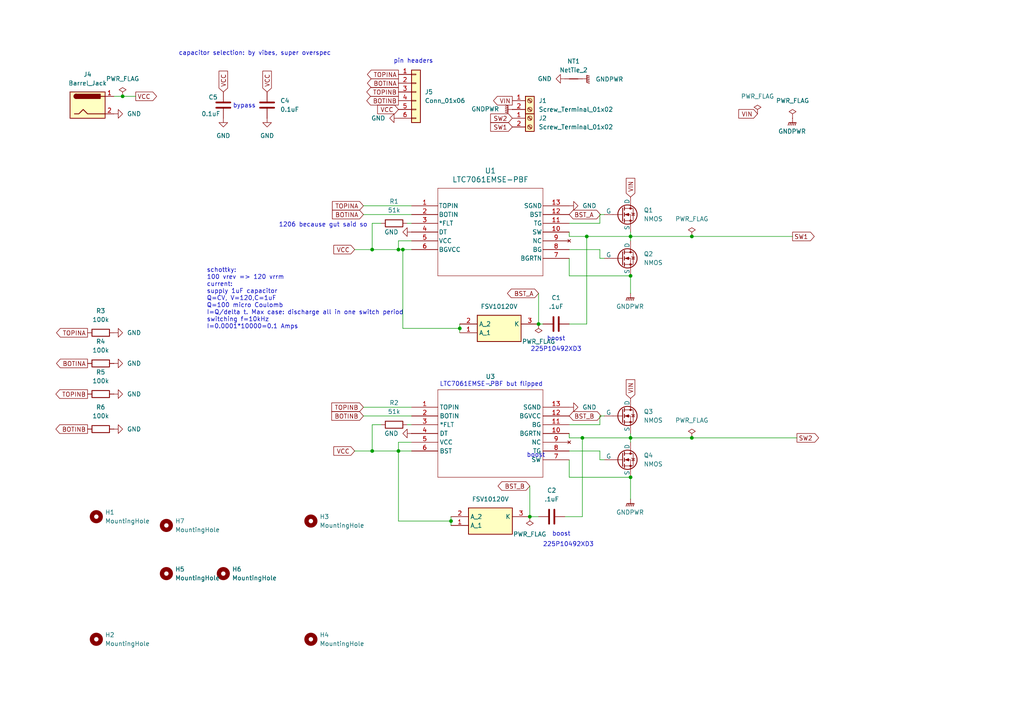
<source format=kicad_sch>
(kicad_sch (version 20231120) (generator "eeschema") (generator_version "8.0")
  (paper "A4")
  (lib_symbols
    (symbol "Connector:Barrel_Jack" (pin_names (offset 1.016))
      (property "Reference" "J" (at 0 5.334 0))
      (property "Value" "Barrel_Jack" (at 0 -5.08 0))
      (symbol "Barrel_Jack_0_1"
        (rectangle (start -5.08 3.81) (end 5.08 -3.81) (stroke (width 0.254)) (fill (type background)))
        (arc (start -3.302 3.175) (mid -3.9343 2.54) (end -3.302 1.905) (stroke (width 0.254)))
        (arc (start -3.302 3.175) (mid -3.9343 2.54) (end -3.302 1.905) (stroke (width 0.254)) (fill (type outline)))
        (polyline (pts (xy 5.08 2.54) (xy 3.81 2.54)) (stroke (width 0.254)))
        (polyline (pts (xy -3.81 -2.54) (xy -2.54 -2.54) (xy -1.27 -1.27) (xy 0 -2.54) (xy 2.54 -2.54) (xy 5.08 -2.54)) (stroke (width 0.254)))
        (rectangle (start 3.683 3.175) (end -3.302 1.905) (stroke (width 0.254)) (fill (type outline)))
      )
      (symbol "Barrel_Jack_1_1"
        (pin passive line (at 7.62 2.54 180) (length 2.54) (name "~") (number "1"))
        (pin passive line (at 7.62 -2.54 180) (length 2.54) (name "~") (number "2"))
      )
    )
    (symbol "Connector:Screw_Terminal_01x02" (pin_names (offset 1.016) hide)
      (property "Reference" "J" (at 0 2.54 0))
      (property "Value" "Screw_Terminal_01x02" (at 0 -5.08 0))
      (symbol "Screw_Terminal_01x02_1_1"
        (rectangle (start -1.27 1.27) (end 1.27 -3.81) (stroke (width 0.254)) (fill (type background)))
        (circle (center 0 -2.54) (radius 0.635) (stroke (width 0.1524)))
        (polyline (pts (xy -0.5334 -2.2098) (xy 0.3302 -3.048)) (stroke (width 0.1524)))
        (polyline (pts (xy -0.5334 0.3302) (xy 0.3302 -0.508)) (stroke (width 0.1524)))
        (polyline (pts (xy -0.3556 -2.032) (xy 0.508 -2.8702)) (stroke (width 0.1524)))
        (polyline (pts (xy -0.3556 0.508) (xy 0.508 -0.3302)) (stroke (width 0.1524)))
        (circle (center 0 0) (radius 0.635) (stroke (width 0.1524)))
        (pin passive line (at -5.08 0 0) (length 3.81) (name "Pin_1") (number "1"))
        (pin passive line (at -5.08 -2.54 0) (length 3.81) (name "Pin_2") (number "2"))
      )
    )
    (symbol "Connector_Generic:Conn_01x06" (pin_names (offset 1.016) hide)
      (property "Reference" "J" (at 0 7.62 0))
      (property "Value" "Conn_01x06" (at 0 -10.16 0))
      (symbol "Conn_01x06_1_1"
        (rectangle (start -1.27 -7.493) (end 0 -7.747) (stroke (width 0.1524)))
        (rectangle (start -1.27 -4.953) (end 0 -5.207) (stroke (width 0.1524)))
        (rectangle (start -1.27 -2.413) (end 0 -2.667) (stroke (width 0.1524)))
        (rectangle (start -1.27 0.127) (end 0 -0.127) (stroke (width 0.1524)))
        (rectangle (start -1.27 2.667) (end 0 2.413) (stroke (width 0.1524)))
        (rectangle (start -1.27 5.207) (end 0 4.953) (stroke (width 0.1524)))
        (rectangle (start -1.27 6.35) (end 1.27 -8.89) (stroke (width 0.254)) (fill (type background)))
        (pin passive line (at -5.08 5.08 0) (length 3.81) (name "Pin_1") (number "1"))
        (pin passive line (at -5.08 2.54 0) (length 3.81) (name "Pin_2") (number "2"))
        (pin passive line (at -5.08 0 0) (length 3.81) (name "Pin_3") (number "3"))
        (pin passive line (at -5.08 -2.54 0) (length 3.81) (name "Pin_4") (number "4"))
        (pin passive line (at -5.08 -5.08 0) (length 3.81) (name "Pin_5") (number "5"))
        (pin passive line (at -5.08 -7.62 0) (length 3.81) (name "Pin_6") (number "6"))
      )
    )
    (symbol "Device:C" (pin_numbers hide) (pin_names (offset 0.254))
      (property "Reference" "C" (at 0.635 2.54 0))
      (property "Value" "C" (at 0.635 -2.54 0))
      (symbol "C_0_1"
        (polyline (pts (xy -2.032 -0.762) (xy 2.032 -0.762)) (stroke (width 0.508)))
        (polyline (pts (xy -2.032 0.762) (xy 2.032 0.762)) (stroke (width 0.508)))
      )
      (symbol "C_1_1"
        (pin passive line (at 0 3.81 270) (length 2.794) (name "~") (number "1"))
        (pin passive line (at 0 -3.81 90) (length 2.794) (name "~") (number "2"))
      )
    )
    (symbol "Device:NetTie_2" (pin_numbers hide) (pin_names (offset 0) hide) (in_bom no)
      (property "Reference" "NT" (at 0 1.27 0))
      (property "Value" "NetTie_2" (at 0 -1.27 0))
      (symbol "NetTie_2_0_1"
        (polyline (pts (xy -1.27 0) (xy 1.27 0)) (stroke (width 0.254)))
      )
      (symbol "NetTie_2_1_1"
        (pin passive line (at -2.54 0 0) (length 2.54) (name "1") (number "1"))
        (pin passive line (at 2.54 0 180) (length 2.54) (name "2") (number "2"))
      )
    )
    (symbol "Device:R" (pin_numbers hide) (pin_names (offset 0))
      (property "Reference" "R" (at 2.032 0 90))
      (property "Value" "R" (at 0 0 90))
      (symbol "R_0_1"
        (rectangle (start -1.016 -2.54) (end 1.016 2.54) (stroke (width 0.254)))
      )
      (symbol "R_1_1"
        (pin passive line (at 0 3.81 270) (length 1.27) (name "~") (number "1"))
        (pin passive line (at 0 -3.81 90) (length 1.27) (name "~") (number "2"))
      )
    )
    (symbol "Mechanical:MountingHole" (pin_names (offset 1.016)) (exclude_from_sim yes) (in_bom no)
      (property "Reference" "H" (at 0 5.08 0))
      (property "Value" "MountingHole" (at 0 3.175 0))
      (symbol "MountingHole_0_1"
        (circle (center 0 0) (radius 1.27) (stroke (width 1.27)))
      )
    )
    (symbol "Simulation_SPICE:NMOS" (pin_numbers hide) (pin_names (offset 0))
      (property "Reference" "Q" (at 5.08 1.27 0))
      (property "Value" "NMOS" (at 5.08 -1.27 0))
      (symbol "NMOS_0_1"
        (polyline (pts (xy 0.254 0) (xy -2.54 0)))
        (polyline (pts (xy 0.254 1.905) (xy 0.254 -1.905)) (stroke (width 0.254)))
        (polyline (pts (xy 0.762 -1.27) (xy 0.762 -2.286)) (stroke (width 0.254)))
        (polyline (pts (xy 0.762 0.508) (xy 0.762 -0.508)) (stroke (width 0.254)))
        (polyline (pts (xy 0.762 2.286) (xy 0.762 1.27)) (stroke (width 0.254)))
        (polyline (pts (xy 2.54 2.54) (xy 2.54 1.778)))
        (polyline (pts (xy 2.54 -2.54) (xy 2.54 0) (xy 0.762 0)))
        (polyline (pts (xy 0.762 -1.778) (xy 3.302 -1.778) (xy 3.302 1.778) (xy 0.762 1.778)))
        (polyline (pts (xy 1.016 0) (xy 2.032 0.381) (xy 2.032 -0.381) (xy 1.016 0)) (fill (type outline)))
        (polyline (pts (xy 2.794 0.508) (xy 2.921 0.381) (xy 3.683 0.381) (xy 3.81 0.254)))
        (polyline (pts (xy 3.302 0.381) (xy 2.921 -0.254) (xy 3.683 -0.254) (xy 3.302 0.381)))
        (circle (center 1.651 0) (radius 2.794) (stroke (width 0.254)))
        (circle (center 2.54 -1.778) (radius 0.254) (fill (type outline)))
        (circle (center 2.54 1.778) (radius 0.254) (fill (type outline)))
      )
      (symbol "NMOS_1_1"
        (pin passive line (at 2.54 5.08 270) (length 2.54) (name "D") (number "1"))
        (pin input line (at -5.08 0 0) (length 2.54) (name "G") (number "2"))
        (pin passive line (at 2.54 -5.08 90) (length 2.54) (name "S") (number "3"))
      )
    )
    (symbol "big_hbridge_symbols:FSV10120V"
      (property "Reference" "D" (at 19.05 7.62 0))
      (property "Value" "FSV10120V" (at 19.05 5.08 0))
      (symbol "FSV10120V_1_1"
        (rectangle (start 5.08 2.54) (end 17.78 -5.08) (stroke (width 0.254)) (fill (type background)))
        (pin passive line (at 0 -2.54 0) (length 5.08) (name "A_1") (number "1"))
        (pin passive line (at 0 0 0) (length 5.08) (name "A_2") (number "2"))
        (pin passive line (at 22.86 0 180) (length 5.08) (name "K") (number "3"))
      )
    )
    (symbol "big_hbridge_symbols:LTC7061EMSE-PBF" (pin_names (offset 0.254))
      (property "Reference" "U" (at 22.86 10.16 0))
      (property "Value" "LTC7061EMSE-PBF" (at 22.86 7.62 0))
      (symbol "LTC7061EMSE-PBF_0_1"
        (polyline (pts (xy 7.62 -20.32) (xy 38.1 -20.32)) (stroke (width 0.127)))
        (polyline (pts (xy 7.62 5.08) (xy 7.62 -20.32)) (stroke (width 0.127)))
        (polyline (pts (xy 38.1 -20.32) (xy 38.1 5.08)) (stroke (width 0.127)))
        (polyline (pts (xy 38.1 5.08) (xy 7.62 5.08)) (stroke (width 0.127)))
        (pin input line (at 0 0 0) (length 7.62) (name "TOPIN") (number "1"))
        (pin power_in line (at 45.72 -7.62 180) (length 7.62) (name "SW") (number "10"))
        (pin output line (at 45.72 -5.08 180) (length 7.62) (name "TG") (number "11"))
        (pin power_in line (at 45.72 -2.54 180) (length 7.62) (name "BST") (number "12"))
        (pin input line (at 0 -2.54 0) (length 7.62) (name "BOTIN") (number "2"))
        (pin output line (at 0 -5.08 0) (length 7.62) (name "*FLT") (number "3"))
        (pin input line (at 0 -7.62 0) (length 7.62) (name "DT") (number "4"))
        (pin power_in line (at 0 -10.16 0) (length 7.62) (name "VCC") (number "5"))
        (pin power_in line (at 0 -12.7 0) (length 7.62) (name "BGVCC") (number "6"))
        (pin power_in line (at 45.72 -15.24 180) (length 7.62) (name "BGRTN") (number "7"))
        (pin output line (at 45.72 -12.7 180) (length 7.62) (name "BG") (number "8"))
        (pin no_connect line (at 45.72 -10.16 180) (length 7.62) (name "NC") (number "9"))
      )
      (symbol "LTC7061EMSE-PBF_1_1"
        (pin power_in line (at 45.72 0 180) (length 7.62) (name "SGND") (number "13"))
      )
    )
    (symbol "big_hbridge_symbols:otherhbridge"
      (property "Reference" "U" (at 0 0 0))
      (symbol "otherhbridge_0_1"
        (polyline (pts (xy -13.97 -12.7) (xy 16.51 -12.7)) (stroke (width 0.127)))
        (polyline (pts (xy -13.97 12.7) (xy -13.97 -12.7)) (stroke (width 0.127)))
        (polyline (pts (xy 16.51 -12.7) (xy 16.51 12.7)) (stroke (width 0.127)))
        (polyline (pts (xy 16.51 12.7) (xy -13.97 12.7)) (stroke (width 0.127)))
        (pin input line (at -21.59 7.62 0) (length 7.62) (name "TOPIN") (number "1"))
        (pin power_out line (at 24.13 7.62 180) (length 7.62) (name "SGND") (number "13"))
        (pin input line (at -21.59 5.08 0) (length 7.62) (name "BOTIN") (number "2"))
        (pin output line (at -21.59 2.54 0) (length 7.62) (name "*FLT") (number "3"))
        (pin input line (at -21.59 0 0) (length 7.62) (name "DT") (number "4"))
        (pin power_in line (at -21.59 -2.54 0) (length 7.62) (name "VCC") (number "5"))
        (pin no_connect line (at 24.13 -2.54 180) (length 7.62) (name "NC") (number "9"))
      )
      (symbol "otherhbridge_1_1"
        (pin power_in line (at 24.13 0 180) (length 7.62) (name "BGRTN") (number "10"))
        (pin output line (at 24.13 2.54 180) (length 7.62) (name "BG") (number "11"))
        (pin power_in line (at 24.13 5.08 180) (length 7.62) (name "BGVCC") (number "12"))
        (pin power_in line (at -21.59 -5.08 0) (length 7.62) (name "BST") (number "6"))
        (pin power_in line (at 24.13 -7.62 180) (length 7.62) (name "SW") (number "7"))
        (pin output line (at 24.13 -5.08 180) (length 7.62) (name "TG") (number "8"))
      )
    )
    (symbol "power:GND" (power) (pin_numbers hide) (pin_names (offset 0) hide)
      (property "Value" "GND" (at 0 -3.81 0))
      (symbol "GND_0_1"
        (polyline (pts (xy 0 0) (xy 0 -1.27) (xy 1.27 -1.27) (xy 0 -2.54) (xy -1.27 -1.27) (xy 0 -1.27)))
      )
      (symbol "GND_1_1"
        (pin power_in line (at 0 0 270) (length 0) (name "~") (number "1"))
      )
    )
    (symbol "power:GNDPWR" (power) (pin_numbers hide) (pin_names (offset 0) hide)
      (property "Value" "GNDPWR" (at 0 -3.302 0))
      (symbol "GNDPWR_0_1"
        (polyline (pts (xy 0 -1.27) (xy 0 0)))
        (polyline (pts (xy -1.016 -1.27) (xy -1.27 -2.032) (xy -1.27 -2.032)) (stroke (width 0.2032)))
        (polyline (pts (xy -0.508 -1.27) (xy -0.762 -2.032) (xy -0.762 -2.032)) (stroke (width 0.2032)))
        (polyline (pts (xy 0 -1.27) (xy -0.254 -2.032) (xy -0.254 -2.032)) (stroke (width 0.2032)))
        (polyline (pts (xy 0.508 -1.27) (xy 0.254 -2.032) (xy 0.254 -2.032)) (stroke (width 0.2032)))
        (polyline (pts (xy 1.016 -1.27) (xy -1.016 -1.27) (xy -1.016 -1.27)) (stroke (width 0.2032)))
        (polyline (pts (xy 1.016 -1.27) (xy 0.762 -2.032) (xy 0.762 -2.032) (xy 0.762 -2.032)) (stroke (width 0.2032)))
      )
      (symbol "GNDPWR_1_1"
        (pin power_in line (at 0 0 270) (length 0) (name "~") (number "1"))
      )
    )
    (symbol "power:PWR_FLAG" (power) (pin_numbers hide) (pin_names (offset 0) hide)
      (property "Value" "PWR_FLAG" (at 0 3.81 0))
      (symbol "PWR_FLAG_0_0"
        (pin power_out line (at 0 0 90) (length 0) (name "~") (number "1"))
      )
      (symbol "PWR_FLAG_0_1"
        (polyline (pts (xy 0 0) (xy 0 1.27) (xy -1.016 1.905) (xy 0 2.54) (xy 1.016 1.905) (xy 0 1.27)))
      )
    )
  )
  (junction (at 170.18 68.58))
  (junction (at 115.57 72.39))
  (junction (at 153.67 149.86))
  (junction (at 182.88 80.01))
  (junction (at 107.95 130.81))
  (junction (at 168.91 127))
  (junction (at 133.35 95.25))
  (junction (at 156.21 93.98))
  (junction (at 200.66 127))
  (junction (at 182.88 68.58))
  (junction (at 115.57 130.81))
  (junction (at 107.95 72.39))
  (junction (at 130.81 151.13))
  (junction (at 182.88 138.43))
  (junction (at 182.88 127))
  (junction (at 116.84 72.39))
  (junction (at 35.56 27.94))
  (junction (at 200.66 68.58))
  (wire (pts (xy 39.37 27.94) (xy 35.56 27.94)))
  (wire (pts (xy 173.99 62.23) (xy 175.26 62.23)))
  (wire (pts (xy 170.18 68.58) (xy 182.88 68.58)))
  (wire (pts (xy 133.35 95.25) (xy 133.35 96.52)))
  (wire (pts (xy 165.1 80.01) (xy 182.88 80.01)))
  (wire (pts (xy 182.88 68.58) (xy 200.66 68.58)))
  (wire (pts (xy 200.66 68.58) (xy 229.87 68.58)))
  (wire (pts (xy 153.67 140.97) (xy 153.67 149.86)))
  (wire (pts (xy 165.1 72.39) (xy 173.99 72.39)))
  (wire (pts (xy 116.84 72.39) (xy 115.57 72.39)))
  (wire (pts (xy 107.95 64.77) (xy 107.95 72.39)))
  (wire (pts (xy 165.1 74.93) (xy 165.1 80.01)))
  (wire (pts (xy 110.49 123.19) (xy 107.95 123.19)))
  (wire (pts (xy 173.99 120.65) (xy 173.99 123.19)))
  (wire (pts (xy 115.57 128.27) (xy 115.57 130.81)))
  (wire (pts (xy 116.84 72.39) (xy 119.38 72.39)))
  (wire (pts (xy 105.41 120.65) (xy 119.38 120.65)))
  (wire (pts (xy 173.99 133.35) (xy 175.26 133.35)))
  (wire (pts (xy 182.88 85.09) (xy 182.88 80.01)))
  (wire (pts (xy 110.49 64.77) (xy 107.95 64.77)))
  (wire (pts (xy 116.84 95.25) (xy 133.35 95.25)))
  (wire (pts (xy 170.18 68.58) (xy 170.18 93.98)))
  (wire (pts (xy 165.1 68.58) (xy 165.1 67.31)))
  (wire (pts (xy 173.99 62.23) (xy 173.99 64.77)))
  (wire (pts (xy 165.1 68.58) (xy 170.18 68.58)))
  (wire (pts (xy 107.95 123.19) (xy 107.95 130.81)))
  (wire (pts (xy 165.1 133.35) (xy 165.1 138.43)))
  (wire (pts (xy 118.11 64.77) (xy 119.38 64.77)))
  (wire (pts (xy 182.88 125.73) (xy 182.88 127)))
  (wire (pts (xy 115.57 69.85) (xy 115.57 72.39)))
  (wire (pts (xy 35.56 27.94) (xy 33.02 27.94)))
  (wire (pts (xy 165.1 130.81) (xy 173.99 130.81)))
  (wire (pts (xy 105.41 118.11) (xy 119.38 118.11)))
  (wire (pts (xy 107.95 130.81) (xy 115.57 130.81)))
  (wire (pts (xy 156.21 85.09) (xy 156.21 93.98)))
  (wire (pts (xy 182.88 67.31) (xy 182.88 68.58)))
  (wire (pts (xy 173.99 72.39) (xy 173.99 74.93)))
  (wire (pts (xy 168.91 127) (xy 168.91 149.86)))
  (wire (pts (xy 168.91 149.86) (xy 163.83 149.86)))
  (wire (pts (xy 102.87 72.39) (xy 107.95 72.39)))
  (wire (pts (xy 173.99 74.93) (xy 175.26 74.93)))
  (wire (pts (xy 156.21 93.98) (xy 157.48 93.98)))
  (wire (pts (xy 105.41 62.23) (xy 119.38 62.23)))
  (wire (pts (xy 173.99 64.77) (xy 165.1 64.77)))
  (wire (pts (xy 173.99 123.19) (xy 165.1 123.19)))
  (wire (pts (xy 115.57 151.13) (xy 130.81 151.13)))
  (wire (pts (xy 115.57 130.81) (xy 119.38 130.81)))
  (wire (pts (xy 119.38 128.27) (xy 115.57 128.27)))
  (wire (pts (xy 165.1 127) (xy 165.1 125.73)))
  (wire (pts (xy 173.99 120.65) (xy 175.26 120.65)))
  (wire (pts (xy 133.35 95.25) (xy 133.35 93.98)))
  (wire (pts (xy 153.67 149.86) (xy 156.21 149.86)))
  (wire (pts (xy 102.87 130.81) (xy 107.95 130.81)))
  (wire (pts (xy 130.81 152.4) (xy 130.81 151.13)))
  (wire (pts (xy 170.18 93.98) (xy 165.1 93.98)))
  (wire (pts (xy 130.81 151.13) (xy 130.81 149.86)))
  (wire (pts (xy 182.88 144.78) (xy 182.88 138.43)))
  (wire (pts (xy 107.95 72.39) (xy 115.57 72.39)))
  (wire (pts (xy 182.88 68.58) (xy 182.88 69.85)))
  (wire (pts (xy 165.1 138.43) (xy 182.88 138.43)))
  (wire (pts (xy 182.88 127) (xy 200.66 127)))
  (wire (pts (xy 165.1 127) (xy 168.91 127)))
  (wire (pts (xy 173.99 130.81) (xy 173.99 133.35)))
  (wire (pts (xy 182.88 127) (xy 182.88 128.27)))
  (wire (pts (xy 116.84 72.39) (xy 116.84 95.25)))
  (wire (pts (xy 105.41 59.69) (xy 119.38 59.69)))
  (wire (pts (xy 115.57 130.81) (xy 115.57 151.13)))
  (wire (pts (xy 200.66 127) (xy 231.14 127)))
  (wire (pts (xy 118.11 123.19) (xy 119.38 123.19)))
  (wire (pts (xy 119.38 69.85) (xy 115.57 69.85)))
  (wire (pts (xy 168.91 127) (xy 182.88 127)))
  (text "schottky:\n100 vrev => 120 vrrm\ncurrent:\nsupply 1uF capacitor\nQ=CV, V=120,C=1uF\nQ=100 micro Coulomb\nI=Q/delta t. Max case: discharge all in one switch period\nswitching f=10kHz\nI=0.0001*10000=0.1 Amps" (at 59.944 86.614 0) (effects (font (size 1.27 1.27)) (justify left)))
  (text "225P10492XD3" (at 161.29 101.346 0) (effects (font (size 1.27 1.27))))
  (text "225P10492XD3" (at 164.846 157.988 0) (effects (font (size 1.27 1.27))))
  (text "boost" (at 161.29 98.298 0) (effects (font (size 1.27 1.27))))
  (text "1206 because gut said so" (at 93.726 65.278 0) (effects (font (size 1.27 1.27))))
  (text "pin headers" (at 119.888 17.78 0) (effects (font (size 1.27 1.27))))
  (text "LTC7061EMSE-PBF but flipped" (at 142.494 111.506 0) (effects (font (size 1.27 1.27))))
  (text "bypass" (at 70.866 30.734 0) (effects (font (size 1.27 1.27))))
  (text "capacitor selection: by vibes, super overspec" (at 73.914 15.494 0) (effects (font (size 1.27 1.27))))
  (text "boost" (at 155.448 132.08 0) (effects (font (size 1.27 1.27))))
  (text "boost" (at 162.814 154.94 0) (effects (font (size 1.27 1.27))))
  (global_label "VCC" (shape input) (at 77.47 26.67 90) (property "Intersheetrefs" "${INTERSHEET_REFS}" (effects (hide yes))))
  (global_label "SW1" (shape input) (at 148.59 36.83 180) (property "Intersheetrefs" "${INTERSHEET_REFS}" (effects (hide yes))))
  (global_label "BST_B" (shape bidirectional) (at 165.1 120.65 0) (property "Intersheetrefs" "${INTERSHEET_REFS}" (effects (hide yes))))
  (global_label "BST_A" (shape bidirectional) (at 156.21 85.09 180) (property "Intersheetrefs" "${INTERSHEET_REFS}" (effects (hide yes))))
  (global_label "TOPINA" (shape output) (at 25.4 96.52 180) (property "Intersheetrefs" "${INTERSHEET_REFS}" (effects (hide yes))))
  (global_label "TOPINB" (shape input) (at 105.41 118.11 180) (property "Intersheetrefs" "${INTERSHEET_REFS}" (effects (hide yes))))
  (global_label "TOPINA" (shape output) (at 115.57 21.59 180) (property "Intersheetrefs" "${INTERSHEET_REFS}" (effects (hide yes))))
  (global_label "VIN" (shape output) (at 148.59 29.21 180) (property "Intersheetrefs" "${INTERSHEET_REFS}" (effects (hide yes))))
  (global_label "VIN" (shape input) (at 182.88 57.15 90) (property "Intersheetrefs" "${INTERSHEET_REFS}" (effects (hide yes))))
  (global_label "SW1" (shape output) (at 229.87 68.58 0) (property "Intersheetrefs" "${INTERSHEET_REFS}" (effects (hide yes))))
  (global_label "BOTINA" (shape output) (at 25.4 105.41 180) (property "Intersheetrefs" "${INTERSHEET_REFS}" (effects (hide yes))))
  (global_label "BOTINA" (shape output) (at 115.57 24.13 180) (property "Intersheetrefs" "${INTERSHEET_REFS}" (effects (hide yes))))
  (global_label "SW2" (shape output) (at 231.14 127 0) (property "Intersheetrefs" "${INTERSHEET_REFS}" (effects (hide yes))))
  (global_label "VIN" (shape input) (at 182.88 115.57 90) (property "Intersheetrefs" "${INTERSHEET_REFS}" (effects (hide yes))))
  (global_label "VCC" (shape input) (at 102.87 72.39 180) (property "Intersheetrefs" "${INTERSHEET_REFS}" (effects (hide yes))))
  (global_label "SW2" (shape input) (at 148.59 34.29 180) (property "Intersheetrefs" "${INTERSHEET_REFS}" (effects (hide yes))))
  (global_label "BST_B" (shape bidirectional) (at 153.67 140.97 180) (property "Intersheetrefs" "${INTERSHEET_REFS}" (effects (hide yes))))
  (global_label "BOTINA" (shape input) (at 105.41 62.23 180) (property "Intersheetrefs" "${INTERSHEET_REFS}" (effects (hide yes))))
  (global_label "TOPINA" (shape input) (at 105.41 59.69 180) (property "Intersheetrefs" "${INTERSHEET_REFS}" (effects (hide yes))))
  (global_label "VCC" (shape input) (at 102.87 130.81 180) (property "Intersheetrefs" "${INTERSHEET_REFS}" (effects (hide yes))))
  (global_label "BOTINB" (shape input) (at 105.41 120.65 180) (property "Intersheetrefs" "${INTERSHEET_REFS}" (effects (hide yes))))
  (global_label "VIN" (shape input) (at 219.71 33.02 180) (property "Intersheetrefs" "${INTERSHEET_REFS}" (effects (hide yes))))
  (global_label "VCC" (shape input) (at 115.57 31.75 180) (property "Intersheetrefs" "${INTERSHEET_REFS}" (effects (hide yes))))
  (global_label "BST_A" (shape bidirectional) (at 165.1 62.23 0) (property "Intersheetrefs" "${INTERSHEET_REFS}" (effects (hide yes))))
  (global_label "TOPINB" (shape output) (at 25.4 114.3 180) (property "Intersheetrefs" "${INTERSHEET_REFS}" (effects (hide yes))))
  (global_label "TOPINB" (shape output) (at 115.57 26.67 180) (property "Intersheetrefs" "${INTERSHEET_REFS}" (effects (hide yes))))
  (global_label "VCC" (shape output) (at 39.37 27.94 0) (property "Intersheetrefs" "${INTERSHEET_REFS}" (effects (hide yes))))
  (global_label "VCC" (shape input) (at 64.77 26.67 90) (property "Intersheetrefs" "${INTERSHEET_REFS}" (effects (hide yes))))
  (global_label "BOTINB" (shape output) (at 25.4 124.46 180) (property "Intersheetrefs" "${INTERSHEET_REFS}" (effects (hide yes))))
  (global_label "BOTINB" (shape output) (at 115.57 29.21 180) (property "Intersheetrefs" "${INTERSHEET_REFS}" (effects (hide yes))))
  (symbol (lib_id "power:GNDPWR") (at 148.59 31.75 270) (unit 1)
    (property "Reference" "#PWR01" (effects (hide yes)))
    (property "Value" "GNDPWR" (at 144.78 31.6229 90) (effects (justify right)))
    (property "Description" "Power symbol creates a global label with name \"GNDPWR\" , global ground" (effects (hide yes)))
  )
  (symbol (lib_id "big_hbridge_symbols:LTC7061EMSE-PBF") (at 119.38 59.69 0) (unit 1)
    (property "Reference" "U1" (at 142.24 49.53 0) (effects (font (size 1.524 1.524))))
    (property "Value" "LTC7061EMSE-PBF" (at 142.24 52.07 0) (effects (font (size 1.524 1.524))))
    (property "Footprint" "big_hbridge_fp:MSOP12_MSE_ADI-M" (effects (hide yes)))
    (property "Datasheet" "LTC7061EMSE-PBF" (effects (hide yes)))
    (property "Description" "h bridge" (effects (hide yes)))
  )
  (symbol (lib_id "Mechanical:MountingHole") (at 27.94 185.42 0) (unit 1) (exclude_from_sim yes) (in_bom no)
    (property "Reference" "H2" (at 30.48 184.1499 0) (effects (justify left)))
    (property "Value" "MountingHole" (at 30.48 186.6899 0) (effects (justify left)))
    (property "Footprint" "MountingHole:MountingHole_3mm_Pad" (effects (hide yes)))
    (property "Description" "Mounting Hole without connection" (effects (hide yes)))
  )
  (symbol (lib_id "power:PWR_FLAG") (at 200.66 68.58 0) (unit 1)
    (property "Reference" "#FLG05" (effects (hide yes)))
    (property "Value" "PWR_FLAG" (at 200.66 63.5 0))
    (property "Description" "Special symbol for telling ERC where power comes from" (effects (hide yes)))
  )
  (symbol (lib_id "Mechanical:MountingHole") (at 90.17 185.42 0) (unit 1) (exclude_from_sim yes) (in_bom no)
    (property "Reference" "H4" (at 92.71 184.1499 0) (effects (justify left)))
    (property "Value" "MountingHole" (at 92.71 186.6899 0) (effects (justify left)))
    (property "Footprint" "MountingHole:MountingHole_3mm_Pad" (effects (hide yes)))
    (property "Description" "Mounting Hole without connection" (effects (hide yes)))
  )
  (symbol (lib_id "Device:R") (at 29.21 124.46 90) (unit 1)
    (property "Reference" "R6" (at 29.21 118.11 90))
    (property "Value" "100k" (at 29.21 120.65 90))
    (property "Footprint" "LED_SMD:LED_0402_1005Metric" (effects (hide yes)))
    (property "Description" "Resistor" (effects (hide yes)))
  )
  (symbol (lib_id "Simulation_SPICE:NMOS") (at 180.34 120.65 0) (unit 1)
    (property "Reference" "Q3" (at 186.69 119.3799 0) (effects (justify left)))
    (property "Value" "NMOS" (at 186.69 121.9199 0) (effects (justify left)))
    (property "Footprint" "big_hbridge_fp:TO254P1524X483-3N" (effects (hide yes)))
    (property "Datasheet" "https://ngspice.sourceforge.io/docs/ngspice-html-manual/manual.xhtml#cha_MOSFETs" (effects (hide yes)))
    (property "Description" "N-MOSFET transistor, drain/source/gate" (effects (hide yes)))
    (property "Sim.Device" "NMOS" (effects (hide yes)))
    (property "Sim.Type" "VDMOS" (effects (hide yes)))
    (property "Sim.Pins" "1=D 2=G 3=S" (effects (hide yes)))
  )
  (symbol (lib_id "power:PWR_FLAG") (at 153.67 149.86 180) (unit 1)
    (property "Reference" "#FLG07" (effects (hide yes)))
    (property "Value" "PWR_FLAG" (at 153.67 154.94 0))
    (property "Description" "Special symbol for telling ERC where power comes from" (effects (hide yes)))
  )
  (symbol (lib_id "power:GNDPWR") (at 182.88 85.09 0) (unit 1)
    (property "Reference" "#PWR08" (effects (hide yes)))
    (property "Value" "GNDPWR" (at 182.753 88.9 0))
    (property "Description" "Power symbol creates a global label with name \"GNDPWR\" , global ground" (effects (hide yes)))
  )
  (symbol (lib_id "Connector:Screw_Terminal_01x02") (at 153.67 34.29 0) (unit 1)
    (property "Reference" "J2" (at 156.21 34.2899 0) (effects (justify left)))
    (property "Value" "Screw_Terminal_01x02" (at 156.21 36.8299 0) (effects (justify left)))
    (property "Footprint" "big_hbridge_fp:CONN_4DB-P108-02_TEC" (effects (hide yes)))
    (property "Description" "Generic screw terminal, single row, 01x02, script generated (kicad-library-utils/schlib/autogen/connector/)" (effects (hide yes)))
  )
  (symbol (lib_id "big_hbridge_symbols:otherhbridge") (at 140.97 125.73 0) (unit 1)
    (property "Reference" "U3" (at 142.24 109.22 0))
    (property "Value" "~" (at 142.24 111.76 0))
    (property "Footprint" "big_hbridge_fp:MSOP12_MSE_ADI-M" (effects (hide yes)))
  )
  (symbol (lib_id "power:GND") (at 33.02 114.3 90) (mirror x) (unit 1)
    (property "Reference" "#PWR017" (effects (hide yes)))
    (property "Value" "GND" (at 36.83 114.2999 90) (effects (justify right)))
    (property "Description" "Power symbol creates a global label with name \"GND\" , ground" (effects (hide yes)))
  )
  (symbol (lib_id "power:GND") (at 33.02 105.41 90) (mirror x) (unit 1)
    (property "Reference" "#PWR016" (effects (hide yes)))
    (property "Value" "GND" (at 36.83 105.4099 90) (effects (justify right)))
    (property "Description" "Power symbol creates a global label with name \"GND\" , ground" (effects (hide yes)))
  )
  (symbol (lib_id "power:GND") (at 33.02 124.46 90) (mirror x) (unit 1)
    (property "Reference" "#PWR018" (effects (hide yes)))
    (property "Value" "GND" (at 36.83 124.4599 90) (effects (justify right)))
    (property "Description" "Power symbol creates a global label with name \"GND\" , ground" (effects (hide yes)))
  )
  (symbol (lib_id "Simulation_SPICE:NMOS") (at 180.34 74.93 0) (unit 1)
    (property "Reference" "Q2" (at 186.69 73.6599 0) (effects (justify left)))
    (property "Value" "NMOS" (at 186.69 76.1999 0) (effects (justify left)))
    (property "Footprint" "big_hbridge_fp:TO254P1524X483-3N" (effects (hide yes)))
    (property "Datasheet" "https://ngspice.sourceforge.io/docs/ngspice-html-manual/manual.xhtml#cha_MOSFETs" (effects (hide yes)))
    (property "Description" "N-MOSFET transistor, drain/source/gate" (effects (hide yes)))
    (property "Sim.Device" "NMOS" (effects (hide yes)))
    (property "Sim.Type" "VDMOS" (effects (hide yes)))
    (property "Sim.Pins" "1=D 2=G 3=S" (effects (hide yes)))
  )
  (symbol (lib_id "power:PWR_FLAG") (at 156.21 93.98 180) (unit 1)
    (property "Reference" "#FLG02" (effects (hide yes)))
    (property "Value" "PWR_FLAG" (at 156.21 99.06 0))
    (property "Description" "Special symbol for telling ERC where power comes from" (effects (hide yes)))
  )
  (symbol (lib_id "power:GND") (at 115.57 34.29 270) (unit 1)
    (property "Reference" "#PWR09" (effects (hide yes)))
    (property "Value" "GND" (at 111.76 34.2899 90) (effects (justify right)))
    (property "Description" "Power symbol creates a global label with name \"GND\" , ground" (effects (hide yes)))
  )
  (symbol (lib_id "Device:NetTie_2") (at 166.37 22.86 0) (unit 1) (in_bom no)
    (property "Reference" "NT1" (at 166.37 17.78 0))
    (property "Value" "NetTie_2" (at 166.37 20.32 0))
    (property "Footprint" "NetTie:NetTie-2_THT_Pad1.0mm" (effects (hide yes)))
    (property "Description" "Net tie, 2 pins" (effects (hide yes)))
  )
  (symbol (lib_id "Simulation_SPICE:NMOS") (at 180.34 133.35 0) (unit 1)
    (property "Reference" "Q4" (at 186.69 132.0799 0) (effects (justify left)))
    (property "Value" "NMOS" (at 186.69 134.6199 0) (effects (justify left)))
    (property "Footprint" "big_hbridge_fp:TO254P1524X483-3N" (effects (hide yes)))
    (property "Datasheet" "https://ngspice.sourceforge.io/docs/ngspice-html-manual/manual.xhtml#cha_MOSFETs" (effects (hide yes)))
    (property "Description" "N-MOSFET transistor, drain/source/gate" (effects (hide yes)))
    (property "Sim.Device" "NMOS" (effects (hide yes)))
    (property "Sim.Type" "VDMOS" (effects (hide yes)))
    (property "Sim.Pins" "1=D 2=G 3=S" (effects (hide yes)))
  )
  (symbol (lib_id "Mechanical:MountingHole") (at 90.17 151.13 0) (unit 1) (exclude_from_sim yes) (in_bom no)
    (property "Reference" "H3" (at 92.71 149.8599 0) (effects (justify left)))
    (property "Value" "MountingHole" (at 92.71 152.3999 0) (effects (justify left)))
    (property "Footprint" "MountingHole:MountingHole_3mm_Pad" (effects (hide yes)))
    (property "Description" "Mounting Hole without connection" (effects (hide yes)))
  )
  (symbol (lib_id "power:GNDPWR") (at 229.87 34.29 0) (unit 1)
    (property "Reference" "#PWR012" (effects (hide yes)))
    (property "Value" "GNDPWR" (at 229.743 38.1 0))
    (property "Description" "Power symbol creates a global label with name \"GNDPWR\" , global ground" (effects (hide yes)))
  )
  (symbol (lib_id "power:GND") (at 33.02 33.02 90) (mirror x) (unit 1)
    (property "Reference" "#PWR011" (effects (hide yes)))
    (property "Value" "GND" (at 36.83 33.0199 90) (effects (justify right)))
    (property "Description" "Power symbol creates a global label with name \"GND\" , ground" (effects (hide yes)))
  )
  (symbol (lib_id "power:GND") (at 64.77 34.29 0) (unit 1)
    (property "Reference" "#PWR019" (effects (hide yes)))
    (property "Value" "GND" (at 64.77 39.37 0))
    (property "Description" "Power symbol creates a global label with name \"GND\" , ground" (effects (hide yes)))
  )
  (symbol (lib_id "power:GNDPWR") (at 168.91 22.86 90) (unit 1)
    (property "Reference" "#PWR013" (effects (hide yes)))
    (property "Value" "GNDPWR" (at 172.72 22.9869 90) (effects (justify right)))
    (property "Description" "Power symbol creates a global label with name \"GNDPWR\" , global ground" (effects (hide yes)))
  )
  (symbol (lib_id "Mechanical:MountingHole") (at 64.77 166.37 0) (unit 1) (exclude_from_sim yes) (in_bom no)
    (property "Reference" "H6" (at 67.31 165.0999 0) (effects (justify left)))
    (property "Value" "MountingHole" (at 67.31 167.6399 0) (effects (justify left)))
    (property "Footprint" "MountingHole:MountingHole_3mm_Pad" (effects (hide yes)))
    (property "Description" "Mounting Hole without connection" (effects (hide yes)))
  )
  (symbol (lib_id "Device:C") (at 160.02 149.86 90) (unit 1)
    (property "Reference" "C2" (at 160.02 142.24 90))
    (property "Value" ".1uF" (at 160.02 144.78 90))
    (property "Footprint" "Capacitor_THT:C_Disc_D7.5mm_W5.0mm_P10.00mm" (effects (hide yes)))
    (property "Description" "Unpolarized capacitor" (effects (hide yes)))
  )
  (symbol (lib_id "Connector:Barrel_Jack") (at 25.4 30.48 0) (unit 1)
    (property "Reference" "J4" (at 25.4 21.59 0))
    (property "Value" "Barrel_Jack" (at 25.4 24.13 0))
    (property "Footprint" "Connector_BarrelJack:BarrelJack_Horizontal" (effects (hide yes)))
    (property "Description" "DC Barrel Jack" (effects (hide yes)))
  )
  (symbol (lib_id "power:GND") (at 165.1 59.69 90) (unit 1)
    (property "Reference" "#PWR03" (effects (hide yes)))
    (property "Value" "GND" (at 168.91 59.6899 90) (effects (justify right)))
    (property "Description" "Power symbol creates a global label with name \"GND\" , ground" (effects (hide yes)))
  )
  (symbol (lib_id "Mechanical:MountingHole") (at 27.94 149.86 0) (unit 1) (exclude_from_sim yes) (in_bom no)
    (property "Reference" "H1" (at 30.48 148.5899 0) (effects (justify left)))
    (property "Value" "MountingHole" (at 30.48 151.1299 0) (effects (justify left)))
    (property "Footprint" "MountingHole:MountingHole_3mm_Pad" (effects (hide yes)))
    (property "Description" "Mounting Hole without connection" (effects (hide yes)))
  )
  (symbol (lib_id "Device:R") (at 29.21 105.41 90) (unit 1)
    (property "Reference" "R4" (at 29.21 99.06 90))
    (property "Value" "100k" (at 29.21 101.6 90))
    (property "Footprint" "Resistor_SMD:R_0402_1005Metric" (effects (hide yes)))
    (property "Description" "Resistor" (effects (hide yes)))
  )
  (symbol (lib_id "Device:C") (at 64.77 30.48 180) (unit 1)
    (property "Reference" "C5" (at 60.452 28.194 0) (effects (justify right)))
    (property "Value" "0.1uF" (at 58.42 33.02 0) (effects (justify right)))
    (property "Footprint" "Capacitor_SMD:C_1206_3216Metric" (effects (hide yes)))
    (property "Description" "Unpolarized capacitor" (effects (hide yes)))
  )
  (symbol (lib_id "power:GND") (at 119.38 67.31 270) (unit 1)
    (property "Reference" "#PWR02" (effects (hide yes)))
    (property "Value" "GND" (at 115.57 67.3099 90) (effects (justify right)))
    (property "Description" "Power symbol creates a global label with name \"GND\" , ground" (effects (hide yes)))
  )
  (symbol (lib_id "big_hbridge_symbols:FSV10120V") (at 133.35 93.98 0) (unit 1)
    (property "Reference" "D3" (effects (hide yes)))
    (property "Value" "FSV10120V" (at 144.78 88.9 0))
    (property "Footprint" "big_hbridge_fp:FSV10120V" (effects (hide yes)))
    (property "Datasheet" "https://www.arrow.com/en/products/fsv10120v/on-semiconductor" (effects (hide yes)))
    (property "Description" "Schottky Diodes & Rectifiers 10 Amp 120V Schottky Rectifier" (effects (hide yes)))
    (property "Height" "1.1" (effects (hide yes)))
    (property "Mouser Part Number" "512-FSV10120V" (effects (hide yes)))
    (property "Mouser Price/Stock" "https://www.mouser.co.uk/ProductDetail/onsemi-Fairchild/FSV10120V?qs=8Nc07tNByyHuF4yvZN5%2FrA%3D%3D" (effects (hide yes)))
    (property "Manufacturer_Name" "onsemi" (effects (hide yes)))
    (property "Manufacturer_Part_Number" "FSV10120V" (effects (hide yes)))
  )
  (symbol (lib_id "power:PWR_FLAG") (at 35.56 27.94 0) (unit 1)
    (property "Reference" "#FLG01" (effects (hide yes)))
    (property "Value" "PWR_FLAG" (at 35.56 22.86 0))
    (property "Description" "Special symbol for telling ERC where power comes from" (effects (hide yes)))
  )
  (symbol (lib_id "power:GND") (at 33.02 96.52 90) (mirror x) (unit 1)
    (property "Reference" "#PWR015" (effects (hide yes)))
    (property "Value" "GND" (at 36.83 96.5199 90) (effects (justify right)))
    (property "Description" "Power symbol creates a global label with name \"GND\" , ground" (effects (hide yes)))
  )
  (symbol (lib_id "power:PWR_FLAG") (at 200.66 127 0) (unit 1)
    (property "Reference" "#FLG06" (effects (hide yes)))
    (property "Value" "PWR_FLAG" (at 200.66 121.92 0))
    (property "Description" "Special symbol for telling ERC where power comes from" (effects (hide yes)))
  )
  (symbol (lib_id "Device:C") (at 77.47 30.48 180) (unit 1)
    (property "Reference" "C4" (at 81.28 29.2099 0) (effects (justify right)))
    (property "Value" "0.1uF" (at 81.28 31.7499 0) (effects (justify right)))
    (property "Footprint" "Capacitor_SMD:C_1206_3216Metric" (effects (hide yes)))
    (property "Description" "Unpolarized capacitor" (effects (hide yes)))
  )
  (symbol (lib_id "big_hbridge_symbols:FSV10120V") (at 130.81 149.86 0) (unit 1)
    (property "Reference" "D1" (effects (hide yes)))
    (property "Value" "FSV10120V" (at 142.24 144.78 0))
    (property "Footprint" "big_hbridge_fp:FSV10120V" (effects (hide yes)))
    (property "Datasheet" "https://www.arrow.com/en/products/fsv10120v/on-semiconductor" (effects (hide yes)))
    (property "Description" "Schottky Diodes & Rectifiers 10 Amp 120V Schottky Rectifier" (effects (hide yes)))
    (property "Height" "1.1" (effects (hide yes)))
    (property "Mouser Part Number" "512-FSV10120V" (effects (hide yes)))
    (property "Mouser Price/Stock" "https://www.mouser.co.uk/ProductDetail/onsemi-Fairchild/FSV10120V?qs=8Nc07tNByyHuF4yvZN5%2FrA%3D%3D" (effects (hide yes)))
    (property "Manufacturer_Name" "onsemi" (effects (hide yes)))
    (property "Manufacturer_Part_Number" "FSV10120V" (effects (hide yes)))
  )
  (symbol (lib_id "Simulation_SPICE:NMOS") (at 180.34 62.23 0) (unit 1)
    (property "Reference" "Q1" (at 186.69 60.9599 0) (effects (justify left)))
    (property "Value" "NMOS" (at 186.69 63.4999 0) (effects (justify left)))
    (property "Footprint" "big_hbridge_fp:TO254P1524X483-3N" (effects (hide yes)))
    (property "Datasheet" "https://ngspice.sourceforge.io/docs/ngspice-html-manual/manual.xhtml#cha_MOSFETs" (effects (hide yes)))
    (property "Description" "N-MOSFET transistor, drain/source/gate" (effects (hide yes)))
    (property "Sim.Device" "NMOS" (effects (hide yes)))
    (property "Sim.Type" "VDMOS" (effects (hide yes)))
    (property "Sim.Pins" "1=D 2=G 3=S" (effects (hide yes)))
  )
  (symbol (lib_id "Device:R") (at 114.3 123.19 90) (unit 1)
    (property "Reference" "R2" (at 114.3 116.84 90))
    (property "Value" "51k" (at 114.3 119.38 90))
    (property "Footprint" "Resistor_SMD:R_1206_3216Metric" (effects (hide yes)))
    (property "Description" "Resistor" (effects (hide yes)))
  )
  (symbol (lib_id "Device:R") (at 29.21 96.52 90) (unit 1)
    (property "Reference" "R3" (at 29.21 90.17 90))
    (property "Value" "100k" (at 29.21 92.71 90))
    (property "Footprint" "Resistor_SMD:R_0402_1005Metric" (effects (hide yes)))
    (property "Description" "Resistor" (effects (hide yes)))
  )
  (symbol (lib_id "power:GNDPWR") (at 182.88 144.78 0) (unit 1)
    (property "Reference" "#PWR010" (effects (hide yes)))
    (property "Value" "GNDPWR" (at 182.753 148.59 0))
    (property "Description" "Power symbol creates a global label with name \"GNDPWR\" , global ground" (effects (hide yes)))
  )
  (symbol (lib_id "power:GND") (at 163.83 22.86 270) (unit 1)
    (property "Reference" "#PWR014" (effects (hide yes)))
    (property "Value" "GND" (at 160.02 22.8599 90) (effects (justify right)))
    (property "Description" "Power symbol creates a global label with name \"GND\" , ground" (effects (hide yes)))
  )
  (symbol (lib_id "Mechanical:MountingHole") (at 48.26 166.37 0) (unit 1) (exclude_from_sim yes) (in_bom no)
    (property "Reference" "H5" (at 50.8 165.0999 0) (effects (justify left)))
    (property "Value" "MountingHole" (at 50.8 167.6399 0) (effects (justify left)))
    (property "Footprint" "MountingHole:MountingHole_3mm_Pad" (effects (hide yes)))
    (property "Description" "Mounting Hole without connection" (effects (hide yes)))
  )
  (symbol (lib_id "Device:R") (at 29.21 114.3 90) (unit 1)
    (property "Reference" "R5" (at 29.21 107.95 90))
    (property "Value" "100k" (at 29.21 110.49 90))
    (property "Footprint" "Resistor_SMD:R_0402_1005Metric" (effects (hide yes)))
    (property "Description" "Resistor" (effects (hide yes)))
  )
  (symbol (lib_id "Connector_Generic:Conn_01x06") (at 120.65 26.67 0) (unit 1)
    (property "Reference" "J5" (at 123.19 26.6699 0) (effects (justify left)))
    (property "Value" "Conn_01x06" (at 123.19 29.2099 0) (effects (justify left)))
    (property "Footprint" "Connector_PinHeader_2.54mm:PinHeader_1x06_P2.54mm_Vertical" (effects (hide yes)))
    (property "Description" "Generic connector, single row, 01x06, script generated (kicad-library-utils/schlib/autogen/connector/)" (effects (hide yes)))
  )
  (symbol (lib_id "Device:R") (at 114.3 64.77 90) (unit 1)
    (property "Reference" "R1" (at 114.3 58.42 90))
    (property "Value" "51k" (at 114.3 60.96 90))
    (property "Footprint" "Resistor_SMD:R_1206_3216Metric" (effects (hide yes)))
    (property "Description" "Resistor" (effects (hide yes)))
  )
  (symbol (lib_id "power:GND") (at 165.1 118.11 90) (unit 1)
    (property "Reference" "#PWR05" (effects (hide yes)))
    (property "Value" "GND" (at 168.91 118.1099 90) (effects (justify right)))
    (property "Description" "Power symbol creates a global label with name \"GND\" , ground" (effects (hide yes)))
  )
  (symbol (lib_id "power:GND") (at 119.38 125.73 270) (unit 1)
    (property "Reference" "#PWR04" (effects (hide yes)))
    (property "Value" "GND" (at 115.57 125.7299 90) (effects (justify right)))
    (property "Description" "Power symbol creates a global label with name \"GND\" , ground" (effects (hide yes)))
  )
  (symbol (lib_id "power:PWR_FLAG") (at 219.71 33.02 0) (unit 1)
    (property "Reference" "#FLG03" (effects (hide yes)))
    (property "Value" "PWR_FLAG" (at 219.71 27.94 0))
    (property "Description" "Special symbol for telling ERC where power comes from" (effects (hide yes)))
  )
  (symbol (lib_id "Mechanical:MountingHole") (at 48.26 152.4 0) (unit 1) (exclude_from_sim yes) (in_bom no)
    (property "Reference" "H7" (at 50.8 151.1299 0) (effects (justify left)))
    (property "Value" "MountingHole" (at 50.8 153.6699 0) (effects (justify left)))
    (property "Footprint" "MountingHole:MountingHole_3mm_Pad" (effects (hide yes)))
    (property "Description" "Mounting Hole without connection" (effects (hide yes)))
  )
  (symbol (lib_id "Device:C") (at 161.29 93.98 90) (unit 1)
    (property "Reference" "C1" (at 161.29 86.36 90))
    (property "Value" ".1uF" (at 161.29 88.9 90))
    (property "Footprint" "Capacitor_THT:C_Disc_D7.5mm_W5.0mm_P10.00mm" (effects (hide yes)))
    (property "Description" "Unpolarized capacitor" (effects (hide yes)))
  )
  (symbol (lib_id "power:GND") (at 77.47 34.29 0) (unit 1)
    (property "Reference" "#PWR07" (effects (hide yes)))
    (property "Value" "GND" (at 77.47 39.37 0))
    (property "Description" "Power symbol creates a global label with name \"GND\" , ground" (effects (hide yes)))
  )
  (symbol (lib_id "Connector:Screw_Terminal_01x02") (at 153.67 29.21 0) (unit 1)
    (property "Reference" "J1" (at 156.21 29.2099 0) (effects (justify left)))
    (property "Value" "Screw_Terminal_01x02" (at 156.21 31.7499 0) (effects (justify left)))
    (property "Footprint" "big_hbridge_fp:CONN_4DB-P108-02_TEC" (effects (hide yes)))
    (property "Description" "Generic screw terminal, single row, 01x02, script generated (kicad-library-utils/schlib/autogen/connector/)" (effects (hide yes)))
  )
  (symbol (lib_id "power:PWR_FLAG") (at 229.87 34.29 0) (unit 1)
    (property "Reference" "#FLG04" (effects (hide yes)))
    (property "Value" "PWR_FLAG" (at 229.87 29.21 0))
    (property "Description" "Special symbol for telling ERC where power comes from" (effects (hide yes)))
  )
)
</source>
